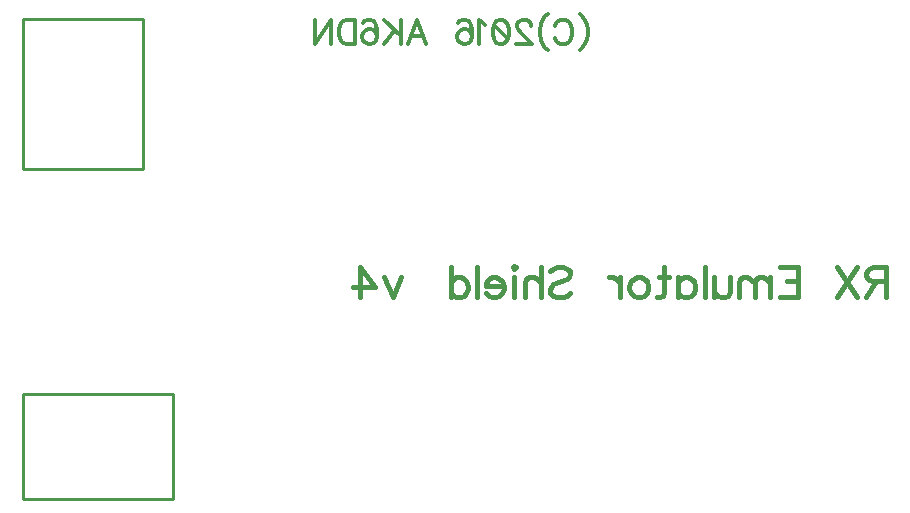
<source format=gbo>
G04 DipTrace 2.4.0.2*
%INBottomSilk.gbr*%
%MOIN*%
%ADD10C,0.01*%
%ADD66C,0.0124*%
%ADD67C,0.0154*%
%FSLAX44Y44*%
G04*
G70*
G90*
G75*
G01*
%LNBotSilk*%
%LPD*%
X3937Y21437D2*
D10*
X7937D1*
Y16437D1*
X3937D1*
Y21437D1*
Y8937D2*
X8937D1*
Y5437D1*
X3937D1*
Y8937D1*
X22487Y21625D2*
D66*
X22563Y21549D1*
X22640Y21434D1*
X22716Y21281D1*
X22754Y21089D1*
Y20936D1*
X22716Y20745D1*
X22640Y20592D1*
X22563Y20477D1*
X22487Y20401D1*
X21666Y21225D2*
X21704Y21301D1*
X21781Y21378D1*
X21857Y21416D1*
X22010D1*
X22087Y21378D1*
X22163Y21301D1*
X22201Y21225D1*
X22239Y21110D1*
Y20918D1*
X22201Y20804D1*
X22163Y20727D1*
X22087Y20651D1*
X22010Y20612D1*
X21857D1*
X21781Y20651D1*
X21704Y20727D1*
X21666Y20804D1*
X21419Y21625D2*
X21342Y21549D1*
X21266Y21434D1*
X21189Y21281D1*
X21151Y21089D1*
Y20936D1*
X21189Y20745D1*
X21266Y20592D1*
X21342Y20477D1*
X21419Y20401D1*
X20865Y21224D2*
Y21262D1*
X20827Y21339D1*
X20789Y21377D1*
X20712Y21415D1*
X20559D1*
X20483Y21377D1*
X20445Y21339D1*
X20406Y21262D1*
Y21186D1*
X20445Y21109D1*
X20521Y20995D1*
X20904Y20612D1*
X20368D1*
X19891Y21415D2*
X20006Y21377D1*
X20083Y21262D1*
X20121Y21071D1*
Y20956D1*
X20083Y20765D1*
X20006Y20650D1*
X19891Y20612D1*
X19815D1*
X19700Y20650D1*
X19624Y20765D1*
X19585Y20956D1*
Y21071D1*
X19624Y21262D1*
X19700Y21377D1*
X19815Y21415D1*
X19891D1*
X19624Y21262D2*
X20083Y20765D1*
X19338Y21262D2*
X19261Y21301D1*
X19146Y21415D1*
Y20612D1*
X18440Y21301D2*
X18478Y21377D1*
X18593Y21415D1*
X18669D1*
X18784Y21377D1*
X18861Y21262D1*
X18899Y21071D1*
Y20880D1*
X18861Y20727D1*
X18784Y20650D1*
X18669Y20612D1*
X18631D1*
X18517Y20650D1*
X18440Y20727D1*
X18402Y20842D1*
Y20880D1*
X18440Y20995D1*
X18517Y21071D1*
X18631Y21109D1*
X18669D1*
X18784Y21071D1*
X18861Y20995D1*
X18899Y20880D1*
X16764Y20612D2*
X17071Y21416D1*
X17377Y20612D1*
X17262Y20880D2*
X16879D1*
X16517Y21416D2*
Y20612D1*
X15981Y21416D2*
X16517Y20880D1*
X16326Y21072D2*
X15981Y20612D1*
X15275Y21301D2*
X15313Y21377D1*
X15428Y21415D1*
X15504D1*
X15619Y21377D1*
X15696Y21262D1*
X15734Y21071D1*
Y20880D1*
X15696Y20727D1*
X15619Y20650D1*
X15504Y20612D1*
X15466D1*
X15352Y20650D1*
X15275Y20727D1*
X15237Y20842D1*
Y20880D1*
X15275Y20995D1*
X15352Y21071D1*
X15466Y21109D1*
X15504D1*
X15619Y21071D1*
X15696Y20995D1*
X15734Y20880D1*
X14990Y21416D2*
Y20612D1*
X14722D1*
X14607Y20651D1*
X14531Y20727D1*
X14493Y20804D1*
X14454Y20918D1*
Y21110D1*
X14493Y21225D1*
X14531Y21301D1*
X14607Y21378D1*
X14722Y21416D1*
X14990D1*
X13672D2*
Y20612D1*
X14207Y21416D1*
Y20612D1*
X32705Y12696D2*
D67*
X32275D1*
X32131Y12745D1*
X32083Y12793D1*
X32035Y12888D1*
Y12984D1*
X32083Y13079D1*
X32131Y13127D1*
X32275Y13175D1*
X32705D1*
Y12170D1*
X32370Y12696D2*
X32035Y12170D1*
X31726Y13175D2*
X31057Y12170D1*
Y13175D2*
X31726Y12170D1*
X29155Y13175D2*
X29776D1*
Y12170D1*
X29155D1*
X29776Y12696D2*
X29393D1*
X28846Y12840D2*
Y12170D1*
Y12649D2*
X28702Y12793D1*
X28606Y12840D1*
X28463D1*
X28367Y12793D1*
X28320Y12649D1*
Y12170D1*
Y12649D2*
X28176Y12793D1*
X28080Y12840D1*
X27937D1*
X27841Y12793D1*
X27792Y12649D1*
Y12170D1*
X27483Y12840D2*
Y12361D1*
X27436Y12219D1*
X27340Y12170D1*
X27196D1*
X27101Y12219D1*
X26957Y12361D1*
Y12840D2*
Y12170D1*
X26649Y13175D2*
Y12170D1*
X25766Y12840D2*
Y12170D1*
Y12696D2*
X25861Y12793D1*
X25957Y12840D1*
X26100D1*
X26196Y12793D1*
X26291Y12696D1*
X26340Y12553D1*
Y12458D1*
X26291Y12314D1*
X26196Y12219D1*
X26100Y12170D1*
X25957D1*
X25861Y12219D1*
X25766Y12314D1*
X25314Y13175D2*
Y12361D1*
X25266Y12219D1*
X25170Y12170D1*
X25075D1*
X25457Y12840D2*
X25122D1*
X24527D2*
X24622Y12793D1*
X24718Y12696D1*
X24766Y12553D1*
Y12458D1*
X24718Y12314D1*
X24622Y12219D1*
X24527Y12170D1*
X24384D1*
X24287Y12219D1*
X24192Y12314D1*
X24144Y12458D1*
Y12553D1*
X24192Y12696D1*
X24287Y12793D1*
X24384Y12840D1*
X24527D1*
X23835D2*
Y12170D1*
Y12553D2*
X23786Y12696D1*
X23691Y12793D1*
X23595Y12840D1*
X23451D1*
X21501Y13031D2*
X21596Y13127D1*
X21739Y13175D1*
X21931D1*
X22074Y13127D1*
X22171Y13031D1*
Y12936D1*
X22122Y12840D1*
X22074Y12793D1*
X21979Y12745D1*
X21692Y12649D1*
X21596Y12601D1*
X21548Y12553D1*
X21501Y12458D1*
Y12314D1*
X21596Y12219D1*
X21739Y12170D1*
X21931D1*
X22074Y12219D1*
X22171Y12314D1*
X21192Y13175D2*
Y12170D1*
Y12649D2*
X21048Y12793D1*
X20952Y12840D1*
X20808D1*
X20713Y12793D1*
X20666Y12649D1*
Y12170D1*
X20357Y13175D2*
X20309Y13127D1*
X20261Y13175D1*
X20309Y13224D1*
X20357Y13175D1*
X20309Y12840D2*
Y12170D1*
X19952Y12553D2*
X19378D1*
Y12649D1*
X19426Y12745D1*
X19473Y12793D1*
X19570Y12840D1*
X19713D1*
X19808Y12793D1*
X19904Y12696D1*
X19952Y12553D1*
Y12458D1*
X19904Y12314D1*
X19808Y12219D1*
X19713Y12170D1*
X19570D1*
X19473Y12219D1*
X19378Y12314D1*
X19069Y13175D2*
Y12170D1*
X18187Y13175D2*
Y12170D1*
Y12696D2*
X18282Y12793D1*
X18378Y12840D1*
X18522D1*
X18617Y12793D1*
X18713Y12696D1*
X18761Y12553D1*
Y12458D1*
X18713Y12314D1*
X18617Y12219D1*
X18522Y12170D1*
X18378D1*
X18282Y12219D1*
X18187Y12314D1*
X16537Y12840D2*
X16249Y12170D1*
X15963Y12840D1*
X15176Y12170D2*
Y13174D1*
X15654Y12505D1*
X14937D1*
M02*

</source>
